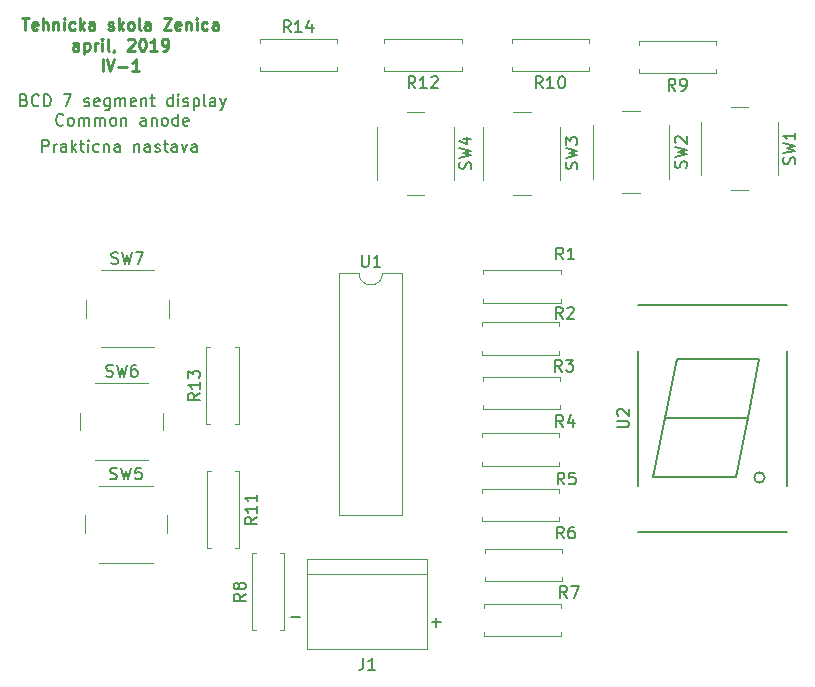
<source format=gbr>
G04 #@! TF.GenerationSoftware,KiCad,Pcbnew,5.1.1-8be2ce7~80~ubuntu18.04.1*
G04 #@! TF.CreationDate,2019-04-19T16:42:06-07:00*
G04 #@! TF.ProjectId,7_segment_led,375f7365-676d-4656-9e74-5f6c65642e6b,v01*
G04 #@! TF.SameCoordinates,Original*
G04 #@! TF.FileFunction,Legend,Top*
G04 #@! TF.FilePolarity,Positive*
%FSLAX46Y46*%
G04 Gerber Fmt 4.6, Leading zero omitted, Abs format (unit mm)*
G04 Created by KiCad (PCBNEW 5.1.1-8be2ce7~80~ubuntu18.04.1) date 2019-04-19 16:42:06*
%MOMM*%
%LPD*%
G04 APERTURE LIST*
%ADD10C,0.150000*%
%ADD11C,0.250000*%
%ADD12C,0.120000*%
G04 APERTURE END LIST*
D10*
X96119180Y-49169580D02*
X96119180Y-48169580D01*
X96500133Y-48169580D01*
X96595371Y-48217200D01*
X96642990Y-48264819D01*
X96690609Y-48360057D01*
X96690609Y-48502914D01*
X96642990Y-48598152D01*
X96595371Y-48645771D01*
X96500133Y-48693390D01*
X96119180Y-48693390D01*
X97119180Y-49169580D02*
X97119180Y-48502914D01*
X97119180Y-48693390D02*
X97166800Y-48598152D01*
X97214419Y-48550533D01*
X97309657Y-48502914D01*
X97404895Y-48502914D01*
X98166800Y-49169580D02*
X98166800Y-48645771D01*
X98119180Y-48550533D01*
X98023942Y-48502914D01*
X97833466Y-48502914D01*
X97738228Y-48550533D01*
X98166800Y-49121961D02*
X98071561Y-49169580D01*
X97833466Y-49169580D01*
X97738228Y-49121961D01*
X97690609Y-49026723D01*
X97690609Y-48931485D01*
X97738228Y-48836247D01*
X97833466Y-48788628D01*
X98071561Y-48788628D01*
X98166800Y-48741009D01*
X98642990Y-49169580D02*
X98642990Y-48169580D01*
X98738228Y-48788628D02*
X99023942Y-49169580D01*
X99023942Y-48502914D02*
X98642990Y-48883866D01*
X99309657Y-48502914D02*
X99690609Y-48502914D01*
X99452514Y-48169580D02*
X99452514Y-49026723D01*
X99500133Y-49121961D01*
X99595371Y-49169580D01*
X99690609Y-49169580D01*
X100023942Y-49169580D02*
X100023942Y-48502914D01*
X100023942Y-48169580D02*
X99976323Y-48217200D01*
X100023942Y-48264819D01*
X100071561Y-48217200D01*
X100023942Y-48169580D01*
X100023942Y-48264819D01*
X100928704Y-49121961D02*
X100833466Y-49169580D01*
X100642990Y-49169580D01*
X100547752Y-49121961D01*
X100500133Y-49074342D01*
X100452514Y-48979104D01*
X100452514Y-48693390D01*
X100500133Y-48598152D01*
X100547752Y-48550533D01*
X100642990Y-48502914D01*
X100833466Y-48502914D01*
X100928704Y-48550533D01*
X101357276Y-48502914D02*
X101357276Y-49169580D01*
X101357276Y-48598152D02*
X101404895Y-48550533D01*
X101500133Y-48502914D01*
X101642990Y-48502914D01*
X101738228Y-48550533D01*
X101785847Y-48645771D01*
X101785847Y-49169580D01*
X102690609Y-49169580D02*
X102690609Y-48645771D01*
X102642990Y-48550533D01*
X102547752Y-48502914D01*
X102357276Y-48502914D01*
X102262038Y-48550533D01*
X102690609Y-49121961D02*
X102595371Y-49169580D01*
X102357276Y-49169580D01*
X102262038Y-49121961D01*
X102214419Y-49026723D01*
X102214419Y-48931485D01*
X102262038Y-48836247D01*
X102357276Y-48788628D01*
X102595371Y-48788628D01*
X102690609Y-48741009D01*
X103928704Y-48502914D02*
X103928704Y-49169580D01*
X103928704Y-48598152D02*
X103976323Y-48550533D01*
X104071561Y-48502914D01*
X104214419Y-48502914D01*
X104309657Y-48550533D01*
X104357276Y-48645771D01*
X104357276Y-49169580D01*
X105262038Y-49169580D02*
X105262038Y-48645771D01*
X105214419Y-48550533D01*
X105119180Y-48502914D01*
X104928704Y-48502914D01*
X104833466Y-48550533D01*
X105262038Y-49121961D02*
X105166800Y-49169580D01*
X104928704Y-49169580D01*
X104833466Y-49121961D01*
X104785847Y-49026723D01*
X104785847Y-48931485D01*
X104833466Y-48836247D01*
X104928704Y-48788628D01*
X105166800Y-48788628D01*
X105262038Y-48741009D01*
X105690609Y-49121961D02*
X105785847Y-49169580D01*
X105976323Y-49169580D01*
X106071561Y-49121961D01*
X106119180Y-49026723D01*
X106119180Y-48979104D01*
X106071561Y-48883866D01*
X105976323Y-48836247D01*
X105833466Y-48836247D01*
X105738228Y-48788628D01*
X105690609Y-48693390D01*
X105690609Y-48645771D01*
X105738228Y-48550533D01*
X105833466Y-48502914D01*
X105976323Y-48502914D01*
X106071561Y-48550533D01*
X106404895Y-48502914D02*
X106785847Y-48502914D01*
X106547752Y-48169580D02*
X106547752Y-49026723D01*
X106595371Y-49121961D01*
X106690609Y-49169580D01*
X106785847Y-49169580D01*
X107547752Y-49169580D02*
X107547752Y-48645771D01*
X107500133Y-48550533D01*
X107404895Y-48502914D01*
X107214419Y-48502914D01*
X107119180Y-48550533D01*
X107547752Y-49121961D02*
X107452514Y-49169580D01*
X107214419Y-49169580D01*
X107119180Y-49121961D01*
X107071561Y-49026723D01*
X107071561Y-48931485D01*
X107119180Y-48836247D01*
X107214419Y-48788628D01*
X107452514Y-48788628D01*
X107547752Y-48741009D01*
X107928704Y-48502914D02*
X108166800Y-49169580D01*
X108404895Y-48502914D01*
X109214419Y-49169580D02*
X109214419Y-48645771D01*
X109166800Y-48550533D01*
X109071561Y-48502914D01*
X108881085Y-48502914D01*
X108785847Y-48550533D01*
X109214419Y-49121961D02*
X109119180Y-49169580D01*
X108881085Y-49169580D01*
X108785847Y-49121961D01*
X108738228Y-49026723D01*
X108738228Y-48931485D01*
X108785847Y-48836247D01*
X108881085Y-48788628D01*
X109119180Y-48788628D01*
X109214419Y-48741009D01*
X117221047Y-88565028D02*
X117982952Y-88565028D01*
X129108247Y-88971428D02*
X129870152Y-88971428D01*
X129489200Y-89352380D02*
X129489200Y-88590476D01*
X94611276Y-44772771D02*
X94754133Y-44820390D01*
X94801752Y-44868009D01*
X94849371Y-44963247D01*
X94849371Y-45106104D01*
X94801752Y-45201342D01*
X94754133Y-45248961D01*
X94658895Y-45296580D01*
X94277942Y-45296580D01*
X94277942Y-44296580D01*
X94611276Y-44296580D01*
X94706514Y-44344200D01*
X94754133Y-44391819D01*
X94801752Y-44487057D01*
X94801752Y-44582295D01*
X94754133Y-44677533D01*
X94706514Y-44725152D01*
X94611276Y-44772771D01*
X94277942Y-44772771D01*
X95849371Y-45201342D02*
X95801752Y-45248961D01*
X95658895Y-45296580D01*
X95563657Y-45296580D01*
X95420800Y-45248961D01*
X95325561Y-45153723D01*
X95277942Y-45058485D01*
X95230323Y-44868009D01*
X95230323Y-44725152D01*
X95277942Y-44534676D01*
X95325561Y-44439438D01*
X95420800Y-44344200D01*
X95563657Y-44296580D01*
X95658895Y-44296580D01*
X95801752Y-44344200D01*
X95849371Y-44391819D01*
X96277942Y-45296580D02*
X96277942Y-44296580D01*
X96516038Y-44296580D01*
X96658895Y-44344200D01*
X96754133Y-44439438D01*
X96801752Y-44534676D01*
X96849371Y-44725152D01*
X96849371Y-44868009D01*
X96801752Y-45058485D01*
X96754133Y-45153723D01*
X96658895Y-45248961D01*
X96516038Y-45296580D01*
X96277942Y-45296580D01*
X97944609Y-44296580D02*
X98611276Y-44296580D01*
X98182704Y-45296580D01*
X99706514Y-45248961D02*
X99801752Y-45296580D01*
X99992228Y-45296580D01*
X100087466Y-45248961D01*
X100135085Y-45153723D01*
X100135085Y-45106104D01*
X100087466Y-45010866D01*
X99992228Y-44963247D01*
X99849371Y-44963247D01*
X99754133Y-44915628D01*
X99706514Y-44820390D01*
X99706514Y-44772771D01*
X99754133Y-44677533D01*
X99849371Y-44629914D01*
X99992228Y-44629914D01*
X100087466Y-44677533D01*
X100944609Y-45248961D02*
X100849371Y-45296580D01*
X100658895Y-45296580D01*
X100563657Y-45248961D01*
X100516038Y-45153723D01*
X100516038Y-44772771D01*
X100563657Y-44677533D01*
X100658895Y-44629914D01*
X100849371Y-44629914D01*
X100944609Y-44677533D01*
X100992228Y-44772771D01*
X100992228Y-44868009D01*
X100516038Y-44963247D01*
X101849371Y-44629914D02*
X101849371Y-45439438D01*
X101801752Y-45534676D01*
X101754133Y-45582295D01*
X101658895Y-45629914D01*
X101516038Y-45629914D01*
X101420800Y-45582295D01*
X101849371Y-45248961D02*
X101754133Y-45296580D01*
X101563657Y-45296580D01*
X101468419Y-45248961D01*
X101420800Y-45201342D01*
X101373180Y-45106104D01*
X101373180Y-44820390D01*
X101420800Y-44725152D01*
X101468419Y-44677533D01*
X101563657Y-44629914D01*
X101754133Y-44629914D01*
X101849371Y-44677533D01*
X102325561Y-45296580D02*
X102325561Y-44629914D01*
X102325561Y-44725152D02*
X102373180Y-44677533D01*
X102468419Y-44629914D01*
X102611276Y-44629914D01*
X102706514Y-44677533D01*
X102754133Y-44772771D01*
X102754133Y-45296580D01*
X102754133Y-44772771D02*
X102801752Y-44677533D01*
X102896990Y-44629914D01*
X103039847Y-44629914D01*
X103135085Y-44677533D01*
X103182704Y-44772771D01*
X103182704Y-45296580D01*
X104039847Y-45248961D02*
X103944609Y-45296580D01*
X103754133Y-45296580D01*
X103658895Y-45248961D01*
X103611276Y-45153723D01*
X103611276Y-44772771D01*
X103658895Y-44677533D01*
X103754133Y-44629914D01*
X103944609Y-44629914D01*
X104039847Y-44677533D01*
X104087466Y-44772771D01*
X104087466Y-44868009D01*
X103611276Y-44963247D01*
X104516038Y-44629914D02*
X104516038Y-45296580D01*
X104516038Y-44725152D02*
X104563657Y-44677533D01*
X104658895Y-44629914D01*
X104801752Y-44629914D01*
X104896990Y-44677533D01*
X104944609Y-44772771D01*
X104944609Y-45296580D01*
X105277942Y-44629914D02*
X105658895Y-44629914D01*
X105420800Y-44296580D02*
X105420800Y-45153723D01*
X105468419Y-45248961D01*
X105563657Y-45296580D01*
X105658895Y-45296580D01*
X107182704Y-45296580D02*
X107182704Y-44296580D01*
X107182704Y-45248961D02*
X107087466Y-45296580D01*
X106896990Y-45296580D01*
X106801752Y-45248961D01*
X106754133Y-45201342D01*
X106706514Y-45106104D01*
X106706514Y-44820390D01*
X106754133Y-44725152D01*
X106801752Y-44677533D01*
X106896990Y-44629914D01*
X107087466Y-44629914D01*
X107182704Y-44677533D01*
X107658895Y-45296580D02*
X107658895Y-44629914D01*
X107658895Y-44296580D02*
X107611276Y-44344200D01*
X107658895Y-44391819D01*
X107706514Y-44344200D01*
X107658895Y-44296580D01*
X107658895Y-44391819D01*
X108087466Y-45248961D02*
X108182704Y-45296580D01*
X108373180Y-45296580D01*
X108468419Y-45248961D01*
X108516038Y-45153723D01*
X108516038Y-45106104D01*
X108468419Y-45010866D01*
X108373180Y-44963247D01*
X108230323Y-44963247D01*
X108135085Y-44915628D01*
X108087466Y-44820390D01*
X108087466Y-44772771D01*
X108135085Y-44677533D01*
X108230323Y-44629914D01*
X108373180Y-44629914D01*
X108468419Y-44677533D01*
X108944609Y-44629914D02*
X108944609Y-45629914D01*
X108944609Y-44677533D02*
X109039847Y-44629914D01*
X109230323Y-44629914D01*
X109325561Y-44677533D01*
X109373180Y-44725152D01*
X109420800Y-44820390D01*
X109420800Y-45106104D01*
X109373180Y-45201342D01*
X109325561Y-45248961D01*
X109230323Y-45296580D01*
X109039847Y-45296580D01*
X108944609Y-45248961D01*
X109992228Y-45296580D02*
X109896990Y-45248961D01*
X109849371Y-45153723D01*
X109849371Y-44296580D01*
X110801752Y-45296580D02*
X110801752Y-44772771D01*
X110754133Y-44677533D01*
X110658895Y-44629914D01*
X110468419Y-44629914D01*
X110373180Y-44677533D01*
X110801752Y-45248961D02*
X110706514Y-45296580D01*
X110468419Y-45296580D01*
X110373180Y-45248961D01*
X110325561Y-45153723D01*
X110325561Y-45058485D01*
X110373180Y-44963247D01*
X110468419Y-44915628D01*
X110706514Y-44915628D01*
X110801752Y-44868009D01*
X111182704Y-44629914D02*
X111420800Y-45296580D01*
X111658895Y-44629914D02*
X111420800Y-45296580D01*
X111325561Y-45534676D01*
X111277942Y-45582295D01*
X111182704Y-45629914D01*
X97920800Y-46851342D02*
X97873180Y-46898961D01*
X97730323Y-46946580D01*
X97635085Y-46946580D01*
X97492228Y-46898961D01*
X97396990Y-46803723D01*
X97349371Y-46708485D01*
X97301752Y-46518009D01*
X97301752Y-46375152D01*
X97349371Y-46184676D01*
X97396990Y-46089438D01*
X97492228Y-45994200D01*
X97635085Y-45946580D01*
X97730323Y-45946580D01*
X97873180Y-45994200D01*
X97920800Y-46041819D01*
X98492228Y-46946580D02*
X98396990Y-46898961D01*
X98349371Y-46851342D01*
X98301752Y-46756104D01*
X98301752Y-46470390D01*
X98349371Y-46375152D01*
X98396990Y-46327533D01*
X98492228Y-46279914D01*
X98635085Y-46279914D01*
X98730323Y-46327533D01*
X98777942Y-46375152D01*
X98825561Y-46470390D01*
X98825561Y-46756104D01*
X98777942Y-46851342D01*
X98730323Y-46898961D01*
X98635085Y-46946580D01*
X98492228Y-46946580D01*
X99254133Y-46946580D02*
X99254133Y-46279914D01*
X99254133Y-46375152D02*
X99301752Y-46327533D01*
X99396990Y-46279914D01*
X99539847Y-46279914D01*
X99635085Y-46327533D01*
X99682704Y-46422771D01*
X99682704Y-46946580D01*
X99682704Y-46422771D02*
X99730323Y-46327533D01*
X99825561Y-46279914D01*
X99968419Y-46279914D01*
X100063657Y-46327533D01*
X100111276Y-46422771D01*
X100111276Y-46946580D01*
X100587466Y-46946580D02*
X100587466Y-46279914D01*
X100587466Y-46375152D02*
X100635085Y-46327533D01*
X100730323Y-46279914D01*
X100873180Y-46279914D01*
X100968419Y-46327533D01*
X101016038Y-46422771D01*
X101016038Y-46946580D01*
X101016038Y-46422771D02*
X101063657Y-46327533D01*
X101158895Y-46279914D01*
X101301752Y-46279914D01*
X101396990Y-46327533D01*
X101444609Y-46422771D01*
X101444609Y-46946580D01*
X102063657Y-46946580D02*
X101968419Y-46898961D01*
X101920800Y-46851342D01*
X101873180Y-46756104D01*
X101873180Y-46470390D01*
X101920800Y-46375152D01*
X101968419Y-46327533D01*
X102063657Y-46279914D01*
X102206514Y-46279914D01*
X102301752Y-46327533D01*
X102349371Y-46375152D01*
X102396990Y-46470390D01*
X102396990Y-46756104D01*
X102349371Y-46851342D01*
X102301752Y-46898961D01*
X102206514Y-46946580D01*
X102063657Y-46946580D01*
X102825561Y-46279914D02*
X102825561Y-46946580D01*
X102825561Y-46375152D02*
X102873180Y-46327533D01*
X102968419Y-46279914D01*
X103111276Y-46279914D01*
X103206514Y-46327533D01*
X103254133Y-46422771D01*
X103254133Y-46946580D01*
X104920800Y-46946580D02*
X104920800Y-46422771D01*
X104873180Y-46327533D01*
X104777942Y-46279914D01*
X104587466Y-46279914D01*
X104492228Y-46327533D01*
X104920800Y-46898961D02*
X104825561Y-46946580D01*
X104587466Y-46946580D01*
X104492228Y-46898961D01*
X104444609Y-46803723D01*
X104444609Y-46708485D01*
X104492228Y-46613247D01*
X104587466Y-46565628D01*
X104825561Y-46565628D01*
X104920800Y-46518009D01*
X105396990Y-46279914D02*
X105396990Y-46946580D01*
X105396990Y-46375152D02*
X105444609Y-46327533D01*
X105539847Y-46279914D01*
X105682704Y-46279914D01*
X105777942Y-46327533D01*
X105825561Y-46422771D01*
X105825561Y-46946580D01*
X106444609Y-46946580D02*
X106349371Y-46898961D01*
X106301752Y-46851342D01*
X106254133Y-46756104D01*
X106254133Y-46470390D01*
X106301752Y-46375152D01*
X106349371Y-46327533D01*
X106444609Y-46279914D01*
X106587466Y-46279914D01*
X106682704Y-46327533D01*
X106730323Y-46375152D01*
X106777942Y-46470390D01*
X106777942Y-46756104D01*
X106730323Y-46851342D01*
X106682704Y-46898961D01*
X106587466Y-46946580D01*
X106444609Y-46946580D01*
X107635085Y-46946580D02*
X107635085Y-45946580D01*
X107635085Y-46898961D02*
X107539847Y-46946580D01*
X107349371Y-46946580D01*
X107254133Y-46898961D01*
X107206514Y-46851342D01*
X107158895Y-46756104D01*
X107158895Y-46470390D01*
X107206514Y-46375152D01*
X107254133Y-46327533D01*
X107349371Y-46279914D01*
X107539847Y-46279914D01*
X107635085Y-46327533D01*
X108492228Y-46898961D02*
X108396990Y-46946580D01*
X108206514Y-46946580D01*
X108111276Y-46898961D01*
X108063657Y-46803723D01*
X108063657Y-46422771D01*
X108111276Y-46327533D01*
X108206514Y-46279914D01*
X108396990Y-46279914D01*
X108492228Y-46327533D01*
X108539847Y-46422771D01*
X108539847Y-46518009D01*
X108063657Y-46613247D01*
D11*
X94411257Y-37834380D02*
X94982685Y-37834380D01*
X94696971Y-38834380D02*
X94696971Y-37834380D01*
X95696971Y-38786761D02*
X95601733Y-38834380D01*
X95411257Y-38834380D01*
X95316019Y-38786761D01*
X95268400Y-38691523D01*
X95268400Y-38310571D01*
X95316019Y-38215333D01*
X95411257Y-38167714D01*
X95601733Y-38167714D01*
X95696971Y-38215333D01*
X95744590Y-38310571D01*
X95744590Y-38405809D01*
X95268400Y-38501047D01*
X96173161Y-38834380D02*
X96173161Y-37834380D01*
X96601733Y-38834380D02*
X96601733Y-38310571D01*
X96554114Y-38215333D01*
X96458876Y-38167714D01*
X96316019Y-38167714D01*
X96220780Y-38215333D01*
X96173161Y-38262952D01*
X97077923Y-38167714D02*
X97077923Y-38834380D01*
X97077923Y-38262952D02*
X97125542Y-38215333D01*
X97220780Y-38167714D01*
X97363638Y-38167714D01*
X97458876Y-38215333D01*
X97506495Y-38310571D01*
X97506495Y-38834380D01*
X97982685Y-38834380D02*
X97982685Y-38167714D01*
X97982685Y-37834380D02*
X97935066Y-37882000D01*
X97982685Y-37929619D01*
X98030304Y-37882000D01*
X97982685Y-37834380D01*
X97982685Y-37929619D01*
X98887447Y-38786761D02*
X98792209Y-38834380D01*
X98601733Y-38834380D01*
X98506495Y-38786761D01*
X98458876Y-38739142D01*
X98411257Y-38643904D01*
X98411257Y-38358190D01*
X98458876Y-38262952D01*
X98506495Y-38215333D01*
X98601733Y-38167714D01*
X98792209Y-38167714D01*
X98887447Y-38215333D01*
X99316019Y-38834380D02*
X99316019Y-37834380D01*
X99411257Y-38453428D02*
X99696971Y-38834380D01*
X99696971Y-38167714D02*
X99316019Y-38548666D01*
X100554114Y-38834380D02*
X100554114Y-38310571D01*
X100506495Y-38215333D01*
X100411257Y-38167714D01*
X100220780Y-38167714D01*
X100125542Y-38215333D01*
X100554114Y-38786761D02*
X100458876Y-38834380D01*
X100220780Y-38834380D01*
X100125542Y-38786761D01*
X100077923Y-38691523D01*
X100077923Y-38596285D01*
X100125542Y-38501047D01*
X100220780Y-38453428D01*
X100458876Y-38453428D01*
X100554114Y-38405809D01*
X101744590Y-38786761D02*
X101839828Y-38834380D01*
X102030304Y-38834380D01*
X102125542Y-38786761D01*
X102173161Y-38691523D01*
X102173161Y-38643904D01*
X102125542Y-38548666D01*
X102030304Y-38501047D01*
X101887447Y-38501047D01*
X101792209Y-38453428D01*
X101744590Y-38358190D01*
X101744590Y-38310571D01*
X101792209Y-38215333D01*
X101887447Y-38167714D01*
X102030304Y-38167714D01*
X102125542Y-38215333D01*
X102601733Y-38834380D02*
X102601733Y-37834380D01*
X102696971Y-38453428D02*
X102982685Y-38834380D01*
X102982685Y-38167714D02*
X102601733Y-38548666D01*
X103554114Y-38834380D02*
X103458876Y-38786761D01*
X103411257Y-38739142D01*
X103363638Y-38643904D01*
X103363638Y-38358190D01*
X103411257Y-38262952D01*
X103458876Y-38215333D01*
X103554114Y-38167714D01*
X103696971Y-38167714D01*
X103792209Y-38215333D01*
X103839828Y-38262952D01*
X103887447Y-38358190D01*
X103887447Y-38643904D01*
X103839828Y-38739142D01*
X103792209Y-38786761D01*
X103696971Y-38834380D01*
X103554114Y-38834380D01*
X104458876Y-38834380D02*
X104363638Y-38786761D01*
X104316019Y-38691523D01*
X104316019Y-37834380D01*
X105268400Y-38834380D02*
X105268400Y-38310571D01*
X105220780Y-38215333D01*
X105125542Y-38167714D01*
X104935066Y-38167714D01*
X104839828Y-38215333D01*
X105268400Y-38786761D02*
X105173161Y-38834380D01*
X104935066Y-38834380D01*
X104839828Y-38786761D01*
X104792209Y-38691523D01*
X104792209Y-38596285D01*
X104839828Y-38501047D01*
X104935066Y-38453428D01*
X105173161Y-38453428D01*
X105268400Y-38405809D01*
X106411257Y-37834380D02*
X107077923Y-37834380D01*
X106411257Y-38834380D01*
X107077923Y-38834380D01*
X107839828Y-38786761D02*
X107744590Y-38834380D01*
X107554114Y-38834380D01*
X107458876Y-38786761D01*
X107411257Y-38691523D01*
X107411257Y-38310571D01*
X107458876Y-38215333D01*
X107554114Y-38167714D01*
X107744590Y-38167714D01*
X107839828Y-38215333D01*
X107887447Y-38310571D01*
X107887447Y-38405809D01*
X107411257Y-38501047D01*
X108316019Y-38167714D02*
X108316019Y-38834380D01*
X108316019Y-38262952D02*
X108363638Y-38215333D01*
X108458876Y-38167714D01*
X108601733Y-38167714D01*
X108696971Y-38215333D01*
X108744590Y-38310571D01*
X108744590Y-38834380D01*
X109220780Y-38834380D02*
X109220780Y-38167714D01*
X109220780Y-37834380D02*
X109173161Y-37882000D01*
X109220780Y-37929619D01*
X109268400Y-37882000D01*
X109220780Y-37834380D01*
X109220780Y-37929619D01*
X110125542Y-38786761D02*
X110030304Y-38834380D01*
X109839828Y-38834380D01*
X109744590Y-38786761D01*
X109696971Y-38739142D01*
X109649352Y-38643904D01*
X109649352Y-38358190D01*
X109696971Y-38262952D01*
X109744590Y-38215333D01*
X109839828Y-38167714D01*
X110030304Y-38167714D01*
X110125542Y-38215333D01*
X110982685Y-38834380D02*
X110982685Y-38310571D01*
X110935066Y-38215333D01*
X110839828Y-38167714D01*
X110649352Y-38167714D01*
X110554114Y-38215333D01*
X110982685Y-38786761D02*
X110887447Y-38834380D01*
X110649352Y-38834380D01*
X110554114Y-38786761D01*
X110506495Y-38691523D01*
X110506495Y-38596285D01*
X110554114Y-38501047D01*
X110649352Y-38453428D01*
X110887447Y-38453428D01*
X110982685Y-38405809D01*
X99196971Y-40584380D02*
X99196971Y-40060571D01*
X99149352Y-39965333D01*
X99054114Y-39917714D01*
X98863638Y-39917714D01*
X98768400Y-39965333D01*
X99196971Y-40536761D02*
X99101733Y-40584380D01*
X98863638Y-40584380D01*
X98768400Y-40536761D01*
X98720780Y-40441523D01*
X98720780Y-40346285D01*
X98768400Y-40251047D01*
X98863638Y-40203428D01*
X99101733Y-40203428D01*
X99196971Y-40155809D01*
X99673161Y-39917714D02*
X99673161Y-40917714D01*
X99673161Y-39965333D02*
X99768400Y-39917714D01*
X99958876Y-39917714D01*
X100054114Y-39965333D01*
X100101733Y-40012952D01*
X100149352Y-40108190D01*
X100149352Y-40393904D01*
X100101733Y-40489142D01*
X100054114Y-40536761D01*
X99958876Y-40584380D01*
X99768400Y-40584380D01*
X99673161Y-40536761D01*
X100577923Y-40584380D02*
X100577923Y-39917714D01*
X100577923Y-40108190D02*
X100625542Y-40012952D01*
X100673161Y-39965333D01*
X100768400Y-39917714D01*
X100863638Y-39917714D01*
X101196971Y-40584380D02*
X101196971Y-39917714D01*
X101196971Y-39584380D02*
X101149352Y-39632000D01*
X101196971Y-39679619D01*
X101244590Y-39632000D01*
X101196971Y-39584380D01*
X101196971Y-39679619D01*
X101816019Y-40584380D02*
X101720780Y-40536761D01*
X101673161Y-40441523D01*
X101673161Y-39584380D01*
X102244590Y-40536761D02*
X102244590Y-40584380D01*
X102196971Y-40679619D01*
X102149352Y-40727238D01*
X103387447Y-39679619D02*
X103435066Y-39632000D01*
X103530304Y-39584380D01*
X103768400Y-39584380D01*
X103863638Y-39632000D01*
X103911257Y-39679619D01*
X103958876Y-39774857D01*
X103958876Y-39870095D01*
X103911257Y-40012952D01*
X103339828Y-40584380D01*
X103958876Y-40584380D01*
X104577923Y-39584380D02*
X104673161Y-39584380D01*
X104768400Y-39632000D01*
X104816019Y-39679619D01*
X104863638Y-39774857D01*
X104911257Y-39965333D01*
X104911257Y-40203428D01*
X104863638Y-40393904D01*
X104816019Y-40489142D01*
X104768400Y-40536761D01*
X104673161Y-40584380D01*
X104577923Y-40584380D01*
X104482685Y-40536761D01*
X104435066Y-40489142D01*
X104387447Y-40393904D01*
X104339828Y-40203428D01*
X104339828Y-39965333D01*
X104387447Y-39774857D01*
X104435066Y-39679619D01*
X104482685Y-39632000D01*
X104577923Y-39584380D01*
X105863638Y-40584380D02*
X105292209Y-40584380D01*
X105577923Y-40584380D02*
X105577923Y-39584380D01*
X105482685Y-39727238D01*
X105387447Y-39822476D01*
X105292209Y-39870095D01*
X106339828Y-40584380D02*
X106530304Y-40584380D01*
X106625542Y-40536761D01*
X106673161Y-40489142D01*
X106768400Y-40346285D01*
X106816019Y-40155809D01*
X106816019Y-39774857D01*
X106768400Y-39679619D01*
X106720780Y-39632000D01*
X106625542Y-39584380D01*
X106435066Y-39584380D01*
X106339828Y-39632000D01*
X106292209Y-39679619D01*
X106244590Y-39774857D01*
X106244590Y-40012952D01*
X106292209Y-40108190D01*
X106339828Y-40155809D01*
X106435066Y-40203428D01*
X106625542Y-40203428D01*
X106720780Y-40155809D01*
X106768400Y-40108190D01*
X106816019Y-40012952D01*
X101244590Y-42334380D02*
X101244590Y-41334380D01*
X101577923Y-41334380D02*
X101911257Y-42334380D01*
X102244590Y-41334380D01*
X102577923Y-41953428D02*
X103339828Y-41953428D01*
X104339828Y-42334380D02*
X103768400Y-42334380D01*
X104054114Y-42334380D02*
X104054114Y-41334380D01*
X103958876Y-41477238D01*
X103863638Y-41572476D01*
X103768400Y-41620095D01*
D12*
X100974400Y-83935200D02*
X105474400Y-83935200D01*
X99724400Y-79935200D02*
X99724400Y-81435200D01*
X105474400Y-77435200D02*
X100974400Y-77435200D01*
X106724400Y-81435200D02*
X106724400Y-79935200D01*
X112774400Y-65665600D02*
X112444400Y-65665600D01*
X112774400Y-72205600D02*
X112774400Y-65665600D01*
X112444400Y-72205600D02*
X112774400Y-72205600D01*
X110034400Y-65665600D02*
X110364400Y-65665600D01*
X110034400Y-72205600D02*
X110034400Y-65665600D01*
X110364400Y-72205600D02*
X110034400Y-72205600D01*
X133585200Y-82754800D02*
X133585200Y-83084800D01*
X140125200Y-82754800D02*
X133585200Y-82754800D01*
X140125200Y-83084800D02*
X140125200Y-82754800D01*
X133585200Y-85494800D02*
X133585200Y-85164800D01*
X140125200Y-85494800D02*
X133585200Y-85494800D01*
X140125200Y-85164800D02*
X140125200Y-85494800D01*
X128727200Y-83667600D02*
X118567200Y-83667600D01*
X128727200Y-91287600D02*
X128727200Y-83667600D01*
X118567200Y-91287600D02*
X128727200Y-91287600D01*
X118567200Y-83667600D02*
X118567200Y-91287600D01*
X118567200Y-84937600D02*
X128727200Y-84937600D01*
D10*
X149857200Y-66729600D02*
X148857200Y-71729600D01*
X148857200Y-71729600D02*
X147857200Y-76729600D01*
X147857200Y-76729600D02*
X154857200Y-76729600D01*
X154857200Y-76729600D02*
X155857200Y-71729600D01*
X156857200Y-66729600D02*
X155857200Y-71729600D01*
X155857200Y-71729600D02*
X148857200Y-71729600D01*
X149857200Y-66729600D02*
X156857200Y-66729600D01*
X159157200Y-81329600D02*
X146557200Y-81329600D01*
X146557200Y-66029600D02*
X146557200Y-77429600D01*
X159157200Y-66029600D02*
X159157200Y-77429600D01*
X146557200Y-62129600D02*
X159157200Y-62129600D01*
X157304414Y-76729600D02*
G75*
G03X157304414Y-76729600I-447214J0D01*
G01*
D12*
X133483600Y-59183600D02*
X133483600Y-59513600D01*
X140023600Y-59183600D02*
X133483600Y-59183600D01*
X140023600Y-59513600D02*
X140023600Y-59183600D01*
X133483600Y-61923600D02*
X133483600Y-61593600D01*
X140023600Y-61923600D02*
X133483600Y-61923600D01*
X140023600Y-61593600D02*
X140023600Y-61923600D01*
X133331200Y-63603200D02*
X133331200Y-63933200D01*
X139871200Y-63603200D02*
X133331200Y-63603200D01*
X139871200Y-63933200D02*
X139871200Y-63603200D01*
X133331200Y-66343200D02*
X133331200Y-66013200D01*
X139871200Y-66343200D02*
X133331200Y-66343200D01*
X139871200Y-66013200D02*
X139871200Y-66343200D01*
X139972800Y-70636000D02*
X139972800Y-70966000D01*
X139972800Y-70966000D02*
X133432800Y-70966000D01*
X133432800Y-70966000D02*
X133432800Y-70636000D01*
X139972800Y-68556000D02*
X139972800Y-68226000D01*
X139972800Y-68226000D02*
X133432800Y-68226000D01*
X133432800Y-68226000D02*
X133432800Y-68556000D01*
X133382000Y-73001200D02*
X133382000Y-73331200D01*
X139922000Y-73001200D02*
X133382000Y-73001200D01*
X139922000Y-73331200D02*
X139922000Y-73001200D01*
X133382000Y-75741200D02*
X133382000Y-75411200D01*
X139922000Y-75741200D02*
X133382000Y-75741200D01*
X139922000Y-75411200D02*
X139922000Y-75741200D01*
X139922000Y-80084800D02*
X139922000Y-80414800D01*
X139922000Y-80414800D02*
X133382000Y-80414800D01*
X133382000Y-80414800D02*
X133382000Y-80084800D01*
X139922000Y-78004800D02*
X139922000Y-77674800D01*
X139922000Y-77674800D02*
X133382000Y-77674800D01*
X133382000Y-77674800D02*
X133382000Y-78004800D01*
X140074400Y-89838400D02*
X140074400Y-90168400D01*
X140074400Y-90168400D02*
X133534400Y-90168400D01*
X133534400Y-90168400D02*
X133534400Y-89838400D01*
X140074400Y-87758400D02*
X140074400Y-87428400D01*
X140074400Y-87428400D02*
X133534400Y-87428400D01*
X133534400Y-87428400D02*
X133534400Y-87758400D01*
X116635200Y-83140800D02*
X116305200Y-83140800D01*
X116635200Y-89680800D02*
X116635200Y-83140800D01*
X116305200Y-89680800D02*
X116635200Y-89680800D01*
X113895200Y-83140800D02*
X114225200Y-83140800D01*
X113895200Y-89680800D02*
X113895200Y-83140800D01*
X114225200Y-89680800D02*
X113895200Y-89680800D01*
X146640800Y-39778000D02*
X146640800Y-40108000D01*
X153180800Y-39778000D02*
X146640800Y-39778000D01*
X153180800Y-40108000D02*
X153180800Y-39778000D01*
X146640800Y-42518000D02*
X146640800Y-42188000D01*
X153180800Y-42518000D02*
X146640800Y-42518000D01*
X153180800Y-42188000D02*
X153180800Y-42518000D01*
X142411200Y-41984800D02*
X142411200Y-42314800D01*
X142411200Y-42314800D02*
X135871200Y-42314800D01*
X135871200Y-42314800D02*
X135871200Y-41984800D01*
X142411200Y-39904800D02*
X142411200Y-39574800D01*
X142411200Y-39574800D02*
X135871200Y-39574800D01*
X135871200Y-39574800D02*
X135871200Y-39904800D01*
X112495200Y-76181200D02*
X112825200Y-76181200D01*
X112825200Y-76181200D02*
X112825200Y-82721200D01*
X112825200Y-82721200D02*
X112495200Y-82721200D01*
X110415200Y-76181200D02*
X110085200Y-76181200D01*
X110085200Y-76181200D02*
X110085200Y-82721200D01*
X110085200Y-82721200D02*
X110415200Y-82721200D01*
X125101600Y-39574800D02*
X125101600Y-39904800D01*
X131641600Y-39574800D02*
X125101600Y-39574800D01*
X131641600Y-39904800D02*
X131641600Y-39574800D01*
X125101600Y-42314800D02*
X125101600Y-41984800D01*
X131641600Y-42314800D02*
X125101600Y-42314800D01*
X131641600Y-41984800D02*
X131641600Y-42314800D01*
X114535200Y-39904800D02*
X114535200Y-39574800D01*
X114535200Y-39574800D02*
X121075200Y-39574800D01*
X121075200Y-39574800D02*
X121075200Y-39904800D01*
X114535200Y-41984800D02*
X114535200Y-42314800D01*
X114535200Y-42314800D02*
X121075200Y-42314800D01*
X121075200Y-42314800D02*
X121075200Y-41984800D01*
X151929200Y-46618400D02*
X151929200Y-51118400D01*
X155929200Y-45368400D02*
X154429200Y-45368400D01*
X158429200Y-51118400D02*
X158429200Y-46618400D01*
X154429200Y-52368400D02*
X155929200Y-52368400D01*
X145234400Y-52673200D02*
X146734400Y-52673200D01*
X149234400Y-51423200D02*
X149234400Y-46923200D01*
X146734400Y-45673200D02*
X145234400Y-45673200D01*
X142734400Y-46923200D02*
X142734400Y-51423200D01*
X133488800Y-47024800D02*
X133488800Y-51524800D01*
X137488800Y-45774800D02*
X135988800Y-45774800D01*
X139988800Y-51524800D02*
X139988800Y-47024800D01*
X135988800Y-52774800D02*
X137488800Y-52774800D01*
X126997200Y-52774800D02*
X128497200Y-52774800D01*
X130997200Y-51524800D02*
X130997200Y-47024800D01*
X128497200Y-45774800D02*
X126997200Y-45774800D01*
X124497200Y-47024800D02*
X124497200Y-51524800D01*
X106368800Y-72748400D02*
X106368800Y-71248400D01*
X105118800Y-68748400D02*
X100618800Y-68748400D01*
X99368800Y-71248400D02*
X99368800Y-72748400D01*
X100618800Y-75248400D02*
X105118800Y-75248400D01*
X101076000Y-65698000D02*
X105576000Y-65698000D01*
X99826000Y-61698000D02*
X99826000Y-63198000D01*
X105576000Y-59198000D02*
X101076000Y-59198000D01*
X106826000Y-63198000D02*
X106826000Y-61698000D01*
X124952000Y-59426800D02*
G75*
G02X122952000Y-59426800I-1000000J0D01*
G01*
X122952000Y-59426800D02*
X121302000Y-59426800D01*
X121302000Y-59426800D02*
X121302000Y-79866800D01*
X121302000Y-79866800D02*
X126602000Y-79866800D01*
X126602000Y-79866800D02*
X126602000Y-59426800D01*
X126602000Y-59426800D02*
X124952000Y-59426800D01*
D10*
X101891066Y-76839961D02*
X102033923Y-76887580D01*
X102272019Y-76887580D01*
X102367257Y-76839961D01*
X102414876Y-76792342D01*
X102462495Y-76697104D01*
X102462495Y-76601866D01*
X102414876Y-76506628D01*
X102367257Y-76459009D01*
X102272019Y-76411390D01*
X102081542Y-76363771D01*
X101986304Y-76316152D01*
X101938685Y-76268533D01*
X101891066Y-76173295D01*
X101891066Y-76078057D01*
X101938685Y-75982819D01*
X101986304Y-75935200D01*
X102081542Y-75887580D01*
X102319638Y-75887580D01*
X102462495Y-75935200D01*
X102795828Y-75887580D02*
X103033923Y-76887580D01*
X103224400Y-76173295D01*
X103414876Y-76887580D01*
X103652971Y-75887580D01*
X104510114Y-75887580D02*
X104033923Y-75887580D01*
X103986304Y-76363771D01*
X104033923Y-76316152D01*
X104129161Y-76268533D01*
X104367257Y-76268533D01*
X104462495Y-76316152D01*
X104510114Y-76363771D01*
X104557733Y-76459009D01*
X104557733Y-76697104D01*
X104510114Y-76792342D01*
X104462495Y-76839961D01*
X104367257Y-76887580D01*
X104129161Y-76887580D01*
X104033923Y-76839961D01*
X103986304Y-76792342D01*
X109486780Y-69578457D02*
X109010590Y-69911790D01*
X109486780Y-70149885D02*
X108486780Y-70149885D01*
X108486780Y-69768933D01*
X108534400Y-69673695D01*
X108582019Y-69626076D01*
X108677257Y-69578457D01*
X108820114Y-69578457D01*
X108915352Y-69626076D01*
X108962971Y-69673695D01*
X109010590Y-69768933D01*
X109010590Y-70149885D01*
X109486780Y-68626076D02*
X109486780Y-69197504D01*
X109486780Y-68911790D02*
X108486780Y-68911790D01*
X108629638Y-69007028D01*
X108724876Y-69102266D01*
X108772495Y-69197504D01*
X108486780Y-68292742D02*
X108486780Y-67673695D01*
X108867733Y-68007028D01*
X108867733Y-67864171D01*
X108915352Y-67768933D01*
X108962971Y-67721314D01*
X109058209Y-67673695D01*
X109296304Y-67673695D01*
X109391542Y-67721314D01*
X109439161Y-67768933D01*
X109486780Y-67864171D01*
X109486780Y-68149885D01*
X109439161Y-68245123D01*
X109391542Y-68292742D01*
X140295333Y-81884780D02*
X139962000Y-81408590D01*
X139723904Y-81884780D02*
X139723904Y-80884780D01*
X140104857Y-80884780D01*
X140200095Y-80932400D01*
X140247714Y-80980019D01*
X140295333Y-81075257D01*
X140295333Y-81218114D01*
X140247714Y-81313352D01*
X140200095Y-81360971D01*
X140104857Y-81408590D01*
X139723904Y-81408590D01*
X141152476Y-80884780D02*
X140962000Y-80884780D01*
X140866761Y-80932400D01*
X140819142Y-80980019D01*
X140723904Y-81122876D01*
X140676285Y-81313352D01*
X140676285Y-81694304D01*
X140723904Y-81789542D01*
X140771523Y-81837161D01*
X140866761Y-81884780D01*
X141057238Y-81884780D01*
X141152476Y-81837161D01*
X141200095Y-81789542D01*
X141247714Y-81694304D01*
X141247714Y-81456209D01*
X141200095Y-81360971D01*
X141152476Y-81313352D01*
X141057238Y-81265733D01*
X140866761Y-81265733D01*
X140771523Y-81313352D01*
X140723904Y-81360971D01*
X140676285Y-81456209D01*
X123313866Y-92009980D02*
X123313866Y-92724266D01*
X123266247Y-92867123D01*
X123171009Y-92962361D01*
X123028152Y-93009980D01*
X122932914Y-93009980D01*
X124313866Y-93009980D02*
X123742438Y-93009980D01*
X124028152Y-93009980D02*
X124028152Y-92009980D01*
X123932914Y-92152838D01*
X123837676Y-92248076D01*
X123742438Y-92295695D01*
X144809580Y-72491504D02*
X145619104Y-72491504D01*
X145714342Y-72443885D01*
X145761961Y-72396266D01*
X145809580Y-72301028D01*
X145809580Y-72110552D01*
X145761961Y-72015314D01*
X145714342Y-71967695D01*
X145619104Y-71920076D01*
X144809580Y-71920076D01*
X144904819Y-71491504D02*
X144857200Y-71443885D01*
X144809580Y-71348647D01*
X144809580Y-71110552D01*
X144857200Y-71015314D01*
X144904819Y-70967695D01*
X145000057Y-70920076D01*
X145095295Y-70920076D01*
X145238152Y-70967695D01*
X145809580Y-71539123D01*
X145809580Y-70920076D01*
X140244533Y-58262780D02*
X139911200Y-57786590D01*
X139673104Y-58262780D02*
X139673104Y-57262780D01*
X140054057Y-57262780D01*
X140149295Y-57310400D01*
X140196914Y-57358019D01*
X140244533Y-57453257D01*
X140244533Y-57596114D01*
X140196914Y-57691352D01*
X140149295Y-57738971D01*
X140054057Y-57786590D01*
X139673104Y-57786590D01*
X141196914Y-58262780D02*
X140625485Y-58262780D01*
X140911200Y-58262780D02*
X140911200Y-57262780D01*
X140815961Y-57405638D01*
X140720723Y-57500876D01*
X140625485Y-57548495D01*
X140193733Y-63291980D02*
X139860400Y-62815790D01*
X139622304Y-63291980D02*
X139622304Y-62291980D01*
X140003257Y-62291980D01*
X140098495Y-62339600D01*
X140146114Y-62387219D01*
X140193733Y-62482457D01*
X140193733Y-62625314D01*
X140146114Y-62720552D01*
X140098495Y-62768171D01*
X140003257Y-62815790D01*
X139622304Y-62815790D01*
X140574685Y-62387219D02*
X140622304Y-62339600D01*
X140717542Y-62291980D01*
X140955638Y-62291980D01*
X141050876Y-62339600D01*
X141098495Y-62387219D01*
X141146114Y-62482457D01*
X141146114Y-62577695D01*
X141098495Y-62720552D01*
X140527066Y-63291980D01*
X141146114Y-63291980D01*
X140142933Y-67762380D02*
X139809600Y-67286190D01*
X139571504Y-67762380D02*
X139571504Y-66762380D01*
X139952457Y-66762380D01*
X140047695Y-66810000D01*
X140095314Y-66857619D01*
X140142933Y-66952857D01*
X140142933Y-67095714D01*
X140095314Y-67190952D01*
X140047695Y-67238571D01*
X139952457Y-67286190D01*
X139571504Y-67286190D01*
X140476266Y-66762380D02*
X141095314Y-66762380D01*
X140761980Y-67143333D01*
X140904838Y-67143333D01*
X141000076Y-67190952D01*
X141047695Y-67238571D01*
X141095314Y-67333809D01*
X141095314Y-67571904D01*
X141047695Y-67667142D01*
X141000076Y-67714761D01*
X140904838Y-67762380D01*
X140619123Y-67762380D01*
X140523885Y-67714761D01*
X140476266Y-67667142D01*
X140244533Y-72435980D02*
X139911200Y-71959790D01*
X139673104Y-72435980D02*
X139673104Y-71435980D01*
X140054057Y-71435980D01*
X140149295Y-71483600D01*
X140196914Y-71531219D01*
X140244533Y-71626457D01*
X140244533Y-71769314D01*
X140196914Y-71864552D01*
X140149295Y-71912171D01*
X140054057Y-71959790D01*
X139673104Y-71959790D01*
X141101676Y-71769314D02*
X141101676Y-72435980D01*
X140863580Y-71388361D02*
X140625485Y-72102647D01*
X141244533Y-72102647D01*
X140346133Y-77312780D02*
X140012800Y-76836590D01*
X139774704Y-77312780D02*
X139774704Y-76312780D01*
X140155657Y-76312780D01*
X140250895Y-76360400D01*
X140298514Y-76408019D01*
X140346133Y-76503257D01*
X140346133Y-76646114D01*
X140298514Y-76741352D01*
X140250895Y-76788971D01*
X140155657Y-76836590D01*
X139774704Y-76836590D01*
X141250895Y-76312780D02*
X140774704Y-76312780D01*
X140727085Y-76788971D01*
X140774704Y-76741352D01*
X140869942Y-76693733D01*
X141108038Y-76693733D01*
X141203276Y-76741352D01*
X141250895Y-76788971D01*
X141298514Y-76884209D01*
X141298514Y-77122304D01*
X141250895Y-77217542D01*
X141203276Y-77265161D01*
X141108038Y-77312780D01*
X140869942Y-77312780D01*
X140774704Y-77265161D01*
X140727085Y-77217542D01*
X140549333Y-86913980D02*
X140216000Y-86437790D01*
X139977904Y-86913980D02*
X139977904Y-85913980D01*
X140358857Y-85913980D01*
X140454095Y-85961600D01*
X140501714Y-86009219D01*
X140549333Y-86104457D01*
X140549333Y-86247314D01*
X140501714Y-86342552D01*
X140454095Y-86390171D01*
X140358857Y-86437790D01*
X139977904Y-86437790D01*
X140882666Y-85913980D02*
X141549333Y-85913980D01*
X141120761Y-86913980D01*
X113347580Y-86577466D02*
X112871390Y-86910800D01*
X113347580Y-87148895D02*
X112347580Y-87148895D01*
X112347580Y-86767942D01*
X112395200Y-86672704D01*
X112442819Y-86625085D01*
X112538057Y-86577466D01*
X112680914Y-86577466D01*
X112776152Y-86625085D01*
X112823771Y-86672704D01*
X112871390Y-86767942D01*
X112871390Y-87148895D01*
X112776152Y-86006038D02*
X112728533Y-86101276D01*
X112680914Y-86148895D01*
X112585676Y-86196514D01*
X112538057Y-86196514D01*
X112442819Y-86148895D01*
X112395200Y-86101276D01*
X112347580Y-86006038D01*
X112347580Y-85815561D01*
X112395200Y-85720323D01*
X112442819Y-85672704D01*
X112538057Y-85625085D01*
X112585676Y-85625085D01*
X112680914Y-85672704D01*
X112728533Y-85720323D01*
X112776152Y-85815561D01*
X112776152Y-86006038D01*
X112823771Y-86101276D01*
X112871390Y-86148895D01*
X112966628Y-86196514D01*
X113157104Y-86196514D01*
X113252342Y-86148895D01*
X113299961Y-86101276D01*
X113347580Y-86006038D01*
X113347580Y-85815561D01*
X113299961Y-85720323D01*
X113252342Y-85672704D01*
X113157104Y-85625085D01*
X112966628Y-85625085D01*
X112871390Y-85672704D01*
X112823771Y-85720323D01*
X112776152Y-85815561D01*
X149744133Y-43970380D02*
X149410800Y-43494190D01*
X149172704Y-43970380D02*
X149172704Y-42970380D01*
X149553657Y-42970380D01*
X149648895Y-43018000D01*
X149696514Y-43065619D01*
X149744133Y-43160857D01*
X149744133Y-43303714D01*
X149696514Y-43398952D01*
X149648895Y-43446571D01*
X149553657Y-43494190D01*
X149172704Y-43494190D01*
X150220323Y-43970380D02*
X150410800Y-43970380D01*
X150506038Y-43922761D01*
X150553657Y-43875142D01*
X150648895Y-43732285D01*
X150696514Y-43541809D01*
X150696514Y-43160857D01*
X150648895Y-43065619D01*
X150601276Y-43018000D01*
X150506038Y-42970380D01*
X150315561Y-42970380D01*
X150220323Y-43018000D01*
X150172704Y-43065619D01*
X150125085Y-43160857D01*
X150125085Y-43398952D01*
X150172704Y-43494190D01*
X150220323Y-43541809D01*
X150315561Y-43589428D01*
X150506038Y-43589428D01*
X150601276Y-43541809D01*
X150648895Y-43494190D01*
X150696514Y-43398952D01*
X138498342Y-43767180D02*
X138165009Y-43290990D01*
X137926914Y-43767180D02*
X137926914Y-42767180D01*
X138307866Y-42767180D01*
X138403104Y-42814800D01*
X138450723Y-42862419D01*
X138498342Y-42957657D01*
X138498342Y-43100514D01*
X138450723Y-43195752D01*
X138403104Y-43243371D01*
X138307866Y-43290990D01*
X137926914Y-43290990D01*
X139450723Y-43767180D02*
X138879295Y-43767180D01*
X139165009Y-43767180D02*
X139165009Y-42767180D01*
X139069771Y-42910038D01*
X138974533Y-43005276D01*
X138879295Y-43052895D01*
X140069771Y-42767180D02*
X140165009Y-42767180D01*
X140260247Y-42814800D01*
X140307866Y-42862419D01*
X140355485Y-42957657D01*
X140403104Y-43148133D01*
X140403104Y-43386228D01*
X140355485Y-43576704D01*
X140307866Y-43671942D01*
X140260247Y-43719561D01*
X140165009Y-43767180D01*
X140069771Y-43767180D01*
X139974533Y-43719561D01*
X139926914Y-43671942D01*
X139879295Y-43576704D01*
X139831676Y-43386228D01*
X139831676Y-43148133D01*
X139879295Y-42957657D01*
X139926914Y-42862419D01*
X139974533Y-42814800D01*
X140069771Y-42767180D01*
X114277580Y-80094057D02*
X113801390Y-80427390D01*
X114277580Y-80665485D02*
X113277580Y-80665485D01*
X113277580Y-80284533D01*
X113325200Y-80189295D01*
X113372819Y-80141676D01*
X113468057Y-80094057D01*
X113610914Y-80094057D01*
X113706152Y-80141676D01*
X113753771Y-80189295D01*
X113801390Y-80284533D01*
X113801390Y-80665485D01*
X114277580Y-79141676D02*
X114277580Y-79713104D01*
X114277580Y-79427390D02*
X113277580Y-79427390D01*
X113420438Y-79522628D01*
X113515676Y-79617866D01*
X113563295Y-79713104D01*
X114277580Y-78189295D02*
X114277580Y-78760723D01*
X114277580Y-78475009D02*
X113277580Y-78475009D01*
X113420438Y-78570247D01*
X113515676Y-78665485D01*
X113563295Y-78760723D01*
X127728742Y-43767180D02*
X127395409Y-43290990D01*
X127157314Y-43767180D02*
X127157314Y-42767180D01*
X127538266Y-42767180D01*
X127633504Y-42814800D01*
X127681123Y-42862419D01*
X127728742Y-42957657D01*
X127728742Y-43100514D01*
X127681123Y-43195752D01*
X127633504Y-43243371D01*
X127538266Y-43290990D01*
X127157314Y-43290990D01*
X128681123Y-43767180D02*
X128109695Y-43767180D01*
X128395409Y-43767180D02*
X128395409Y-42767180D01*
X128300171Y-42910038D01*
X128204933Y-43005276D01*
X128109695Y-43052895D01*
X129062076Y-42862419D02*
X129109695Y-42814800D01*
X129204933Y-42767180D01*
X129443028Y-42767180D01*
X129538266Y-42814800D01*
X129585885Y-42862419D01*
X129633504Y-42957657D01*
X129633504Y-43052895D01*
X129585885Y-43195752D01*
X129014457Y-43767180D01*
X129633504Y-43767180D01*
X117162342Y-39027180D02*
X116829009Y-38550990D01*
X116590914Y-39027180D02*
X116590914Y-38027180D01*
X116971866Y-38027180D01*
X117067104Y-38074800D01*
X117114723Y-38122419D01*
X117162342Y-38217657D01*
X117162342Y-38360514D01*
X117114723Y-38455752D01*
X117067104Y-38503371D01*
X116971866Y-38550990D01*
X116590914Y-38550990D01*
X118114723Y-39027180D02*
X117543295Y-39027180D01*
X117829009Y-39027180D02*
X117829009Y-38027180D01*
X117733771Y-38170038D01*
X117638533Y-38265276D01*
X117543295Y-38312895D01*
X118971866Y-38360514D02*
X118971866Y-39027180D01*
X118733771Y-37979561D02*
X118495676Y-38693847D01*
X119114723Y-38693847D01*
X159833961Y-50201733D02*
X159881580Y-50058876D01*
X159881580Y-49820780D01*
X159833961Y-49725542D01*
X159786342Y-49677923D01*
X159691104Y-49630304D01*
X159595866Y-49630304D01*
X159500628Y-49677923D01*
X159453009Y-49725542D01*
X159405390Y-49820780D01*
X159357771Y-50011257D01*
X159310152Y-50106495D01*
X159262533Y-50154114D01*
X159167295Y-50201733D01*
X159072057Y-50201733D01*
X158976819Y-50154114D01*
X158929200Y-50106495D01*
X158881580Y-50011257D01*
X158881580Y-49773161D01*
X158929200Y-49630304D01*
X158881580Y-49296971D02*
X159881580Y-49058876D01*
X159167295Y-48868400D01*
X159881580Y-48677923D01*
X158881580Y-48439828D01*
X159881580Y-47535066D02*
X159881580Y-48106495D01*
X159881580Y-47820780D02*
X158881580Y-47820780D01*
X159024438Y-47916019D01*
X159119676Y-48011257D01*
X159167295Y-48106495D01*
X150639161Y-50506533D02*
X150686780Y-50363676D01*
X150686780Y-50125580D01*
X150639161Y-50030342D01*
X150591542Y-49982723D01*
X150496304Y-49935104D01*
X150401066Y-49935104D01*
X150305828Y-49982723D01*
X150258209Y-50030342D01*
X150210590Y-50125580D01*
X150162971Y-50316057D01*
X150115352Y-50411295D01*
X150067733Y-50458914D01*
X149972495Y-50506533D01*
X149877257Y-50506533D01*
X149782019Y-50458914D01*
X149734400Y-50411295D01*
X149686780Y-50316057D01*
X149686780Y-50077961D01*
X149734400Y-49935104D01*
X149686780Y-49601771D02*
X150686780Y-49363676D01*
X149972495Y-49173200D01*
X150686780Y-48982723D01*
X149686780Y-48744628D01*
X149782019Y-48411295D02*
X149734400Y-48363676D01*
X149686780Y-48268438D01*
X149686780Y-48030342D01*
X149734400Y-47935104D01*
X149782019Y-47887485D01*
X149877257Y-47839866D01*
X149972495Y-47839866D01*
X150115352Y-47887485D01*
X150686780Y-48458914D01*
X150686780Y-47839866D01*
X141393561Y-50608133D02*
X141441180Y-50465276D01*
X141441180Y-50227180D01*
X141393561Y-50131942D01*
X141345942Y-50084323D01*
X141250704Y-50036704D01*
X141155466Y-50036704D01*
X141060228Y-50084323D01*
X141012609Y-50131942D01*
X140964990Y-50227180D01*
X140917371Y-50417657D01*
X140869752Y-50512895D01*
X140822133Y-50560514D01*
X140726895Y-50608133D01*
X140631657Y-50608133D01*
X140536419Y-50560514D01*
X140488800Y-50512895D01*
X140441180Y-50417657D01*
X140441180Y-50179561D01*
X140488800Y-50036704D01*
X140441180Y-49703371D02*
X141441180Y-49465276D01*
X140726895Y-49274800D01*
X141441180Y-49084323D01*
X140441180Y-48846228D01*
X140441180Y-48560514D02*
X140441180Y-47941466D01*
X140822133Y-48274800D01*
X140822133Y-48131942D01*
X140869752Y-48036704D01*
X140917371Y-47989085D01*
X141012609Y-47941466D01*
X141250704Y-47941466D01*
X141345942Y-47989085D01*
X141393561Y-48036704D01*
X141441180Y-48131942D01*
X141441180Y-48417657D01*
X141393561Y-48512895D01*
X141345942Y-48560514D01*
X132401961Y-50608133D02*
X132449580Y-50465276D01*
X132449580Y-50227180D01*
X132401961Y-50131942D01*
X132354342Y-50084323D01*
X132259104Y-50036704D01*
X132163866Y-50036704D01*
X132068628Y-50084323D01*
X132021009Y-50131942D01*
X131973390Y-50227180D01*
X131925771Y-50417657D01*
X131878152Y-50512895D01*
X131830533Y-50560514D01*
X131735295Y-50608133D01*
X131640057Y-50608133D01*
X131544819Y-50560514D01*
X131497200Y-50512895D01*
X131449580Y-50417657D01*
X131449580Y-50179561D01*
X131497200Y-50036704D01*
X131449580Y-49703371D02*
X132449580Y-49465276D01*
X131735295Y-49274800D01*
X132449580Y-49084323D01*
X131449580Y-48846228D01*
X131782914Y-48036704D02*
X132449580Y-48036704D01*
X131401961Y-48274800D02*
X132116247Y-48512895D01*
X132116247Y-47893847D01*
X101535466Y-68153161D02*
X101678323Y-68200780D01*
X101916419Y-68200780D01*
X102011657Y-68153161D01*
X102059276Y-68105542D01*
X102106895Y-68010304D01*
X102106895Y-67915066D01*
X102059276Y-67819828D01*
X102011657Y-67772209D01*
X101916419Y-67724590D01*
X101725942Y-67676971D01*
X101630704Y-67629352D01*
X101583085Y-67581733D01*
X101535466Y-67486495D01*
X101535466Y-67391257D01*
X101583085Y-67296019D01*
X101630704Y-67248400D01*
X101725942Y-67200780D01*
X101964038Y-67200780D01*
X102106895Y-67248400D01*
X102440228Y-67200780D02*
X102678323Y-68200780D01*
X102868800Y-67486495D01*
X103059276Y-68200780D01*
X103297371Y-67200780D01*
X104106895Y-67200780D02*
X103916419Y-67200780D01*
X103821180Y-67248400D01*
X103773561Y-67296019D01*
X103678323Y-67438876D01*
X103630704Y-67629352D01*
X103630704Y-68010304D01*
X103678323Y-68105542D01*
X103725942Y-68153161D01*
X103821180Y-68200780D01*
X104011657Y-68200780D01*
X104106895Y-68153161D01*
X104154514Y-68105542D01*
X104202133Y-68010304D01*
X104202133Y-67772209D01*
X104154514Y-67676971D01*
X104106895Y-67629352D01*
X104011657Y-67581733D01*
X103821180Y-67581733D01*
X103725942Y-67629352D01*
X103678323Y-67676971D01*
X103630704Y-67772209D01*
X101992666Y-58602761D02*
X102135523Y-58650380D01*
X102373619Y-58650380D01*
X102468857Y-58602761D01*
X102516476Y-58555142D01*
X102564095Y-58459904D01*
X102564095Y-58364666D01*
X102516476Y-58269428D01*
X102468857Y-58221809D01*
X102373619Y-58174190D01*
X102183142Y-58126571D01*
X102087904Y-58078952D01*
X102040285Y-58031333D01*
X101992666Y-57936095D01*
X101992666Y-57840857D01*
X102040285Y-57745619D01*
X102087904Y-57698000D01*
X102183142Y-57650380D01*
X102421238Y-57650380D01*
X102564095Y-57698000D01*
X102897428Y-57650380D02*
X103135523Y-58650380D01*
X103326000Y-57936095D01*
X103516476Y-58650380D01*
X103754571Y-57650380D01*
X104040285Y-57650380D02*
X104706952Y-57650380D01*
X104278380Y-58650380D01*
X123190095Y-57879180D02*
X123190095Y-58688704D01*
X123237714Y-58783942D01*
X123285333Y-58831561D01*
X123380571Y-58879180D01*
X123571047Y-58879180D01*
X123666285Y-58831561D01*
X123713904Y-58783942D01*
X123761523Y-58688704D01*
X123761523Y-57879180D01*
X124761523Y-58879180D02*
X124190095Y-58879180D01*
X124475809Y-58879180D02*
X124475809Y-57879180D01*
X124380571Y-58022038D01*
X124285333Y-58117276D01*
X124190095Y-58164895D01*
M02*

</source>
